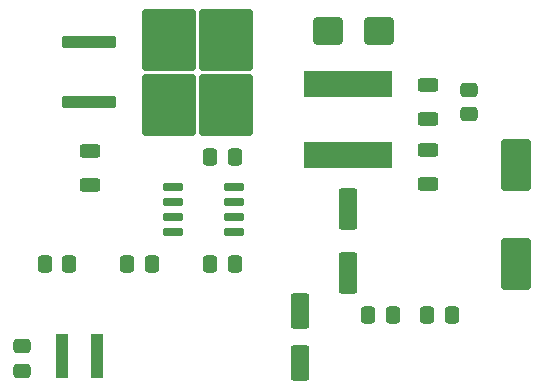
<source format=gbr>
%TF.GenerationSoftware,KiCad,Pcbnew,8.0.4+dfsg-1*%
%TF.CreationDate,2025-03-03T18:40:41+01:00*%
%TF.ProjectId,nixie-clock-psu,6e697869-652d-4636-9c6f-636b2d707375,rev?*%
%TF.SameCoordinates,Original*%
%TF.FileFunction,Paste,Top*%
%TF.FilePolarity,Positive*%
%FSLAX46Y46*%
G04 Gerber Fmt 4.6, Leading zero omitted, Abs format (unit mm)*
G04 Created by KiCad (PCBNEW 8.0.4+dfsg-1) date 2025-03-03 18:40:41*
%MOMM*%
%LPD*%
G01*
G04 APERTURE LIST*
G04 Aperture macros list*
%AMRoundRect*
0 Rectangle with rounded corners*
0 $1 Rounding radius*
0 $2 $3 $4 $5 $6 $7 $8 $9 X,Y pos of 4 corners*
0 Add a 4 corners polygon primitive as box body*
4,1,4,$2,$3,$4,$5,$6,$7,$8,$9,$2,$3,0*
0 Add four circle primitives for the rounded corners*
1,1,$1+$1,$2,$3*
1,1,$1+$1,$4,$5*
1,1,$1+$1,$6,$7*
1,1,$1+$1,$8,$9*
0 Add four rect primitives between the rounded corners*
20,1,$1+$1,$2,$3,$4,$5,0*
20,1,$1+$1,$4,$5,$6,$7,0*
20,1,$1+$1,$6,$7,$8,$9,0*
20,1,$1+$1,$8,$9,$2,$3,0*%
G04 Aperture macros list end*
%ADD10RoundRect,0.150000X-0.725000X-0.150000X0.725000X-0.150000X0.725000X0.150000X-0.725000X0.150000X0*%
%ADD11RoundRect,0.250000X-0.337500X-0.475000X0.337500X-0.475000X0.337500X0.475000X-0.337500X0.475000X0*%
%ADD12RoundRect,0.250000X-0.625000X0.312500X-0.625000X-0.312500X0.625000X-0.312500X0.625000X0.312500X0*%
%ADD13RoundRect,0.250000X0.550000X-1.250000X0.550000X1.250000X-0.550000X1.250000X-0.550000X-1.250000X0*%
%ADD14RoundRect,0.250000X-0.550000X1.500000X-0.550000X-1.500000X0.550000X-1.500000X0.550000X1.500000X0*%
%ADD15RoundRect,0.250000X1.000000X0.900000X-1.000000X0.900000X-1.000000X-0.900000X1.000000X-0.900000X0*%
%ADD16RoundRect,0.250000X0.475000X-0.337500X0.475000X0.337500X-0.475000X0.337500X-0.475000X-0.337500X0*%
%ADD17RoundRect,0.250000X1.000000X-1.950000X1.000000X1.950000X-1.000000X1.950000X-1.000000X-1.950000X0*%
%ADD18RoundRect,0.250000X-2.050000X-0.300000X2.050000X-0.300000X2.050000X0.300000X-2.050000X0.300000X0*%
%ADD19RoundRect,0.250000X-2.025000X-2.375000X2.025000X-2.375000X2.025000X2.375000X-2.025000X2.375000X0*%
%ADD20RoundRect,0.250000X-0.475000X0.337500X-0.475000X-0.337500X0.475000X-0.337500X0.475000X0.337500X0*%
%ADD21R,1.100000X3.700000*%
%ADD22RoundRect,0.250000X0.337500X0.475000X-0.337500X0.475000X-0.337500X-0.475000X0.337500X-0.475000X0*%
%ADD23R,7.500000X2.200000*%
G04 APERTURE END LIST*
D10*
%TO.C,U1*%
X176425000Y-102695000D03*
X176425000Y-103965000D03*
X176425000Y-105235000D03*
X176425000Y-106505000D03*
X181575000Y-106505000D03*
X181575000Y-105235000D03*
X181575000Y-103965000D03*
X181575000Y-102695000D03*
%TD*%
D11*
%TO.C,C3*%
X172562500Y-109200000D03*
X174637500Y-109200000D03*
%TD*%
%TO.C,C10*%
X197962500Y-113500000D03*
X200037500Y-113500000D03*
%TD*%
D12*
%TO.C,R2*%
X198000000Y-99537500D03*
X198000000Y-102462500D03*
%TD*%
D11*
%TO.C,C4*%
X192962500Y-113500000D03*
X195037500Y-113500000D03*
%TD*%
D13*
%TO.C,C5*%
X187200000Y-117600000D03*
X187200000Y-113200000D03*
%TD*%
D14*
%TO.C,C6*%
X191200000Y-104550000D03*
X191200000Y-109950000D03*
%TD*%
D15*
%TO.C,D2*%
X193850000Y-89500000D03*
X189550000Y-89500000D03*
%TD*%
D16*
%TO.C,C1*%
X163600000Y-118237500D03*
X163600000Y-116162500D03*
%TD*%
D17*
%TO.C,C7*%
X205500000Y-109200000D03*
X205500000Y-100800000D03*
%TD*%
D12*
%TO.C,R1*%
X198000000Y-94037500D03*
X198000000Y-96962500D03*
%TD*%
%TO.C,R3*%
X169400000Y-99629500D03*
X169400000Y-102554500D03*
%TD*%
D18*
%TO.C,Q1*%
X169350000Y-90460000D03*
D19*
X176075000Y-90225000D03*
X176075000Y-95775000D03*
X180925000Y-90225000D03*
X180925000Y-95775000D03*
D18*
X169350000Y-95540000D03*
%TD*%
D20*
%TO.C,C11*%
X201450000Y-94462500D03*
X201450000Y-96537500D03*
%TD*%
D21*
%TO.C,L1*%
X167000000Y-117000000D03*
X170000000Y-117000000D03*
%TD*%
D11*
%TO.C,C2*%
X165562500Y-109200000D03*
X167637500Y-109200000D03*
%TD*%
D22*
%TO.C,C9*%
X181637500Y-100200000D03*
X179562500Y-100200000D03*
%TD*%
D23*
%TO.C,L2*%
X191200000Y-100000000D03*
X191200000Y-94000000D03*
%TD*%
D11*
%TO.C,C8*%
X179562500Y-109200000D03*
X181637500Y-109200000D03*
%TD*%
M02*

</source>
